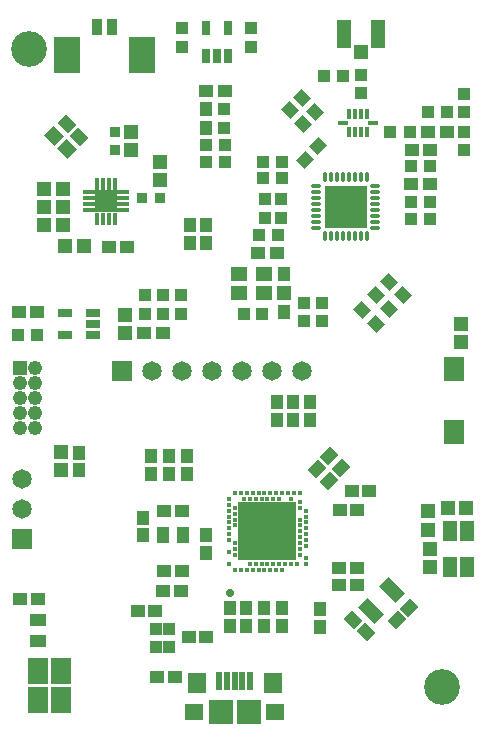
<source format=gts>
G04 Layer_Color=8388736*
%FSLAX25Y25*%
%MOIN*%
G70*
G01*
G75*
%ADD80C,0.03000*%
%ADD92R,0.07214X0.07214*%
%ADD93R,0.03947X0.01387*%
%ADD94R,0.01387X0.03947*%
%ADD95R,0.04143X0.04340*%
%ADD96R,0.04537X0.04340*%
%ADD97R,0.04537X0.04734*%
%ADD98R,0.04931X0.02962*%
%ADD99R,0.04734X0.04143*%
%ADD100R,0.04340X0.04143*%
%ADD101C,0.01476*%
%ADD102R,0.19488X0.19488*%
G04:AMPARAMS|DCode=103|XSize=41.43mil|YSize=47.34mil|CornerRadius=0mil|HoleSize=0mil|Usage=FLASHONLY|Rotation=45.000|XOffset=0mil|YOffset=0mil|HoleType=Round|Shape=Rectangle|*
%AMROTATEDRECTD103*
4,1,4,0.00209,-0.03139,-0.03139,0.00209,-0.00209,0.03139,0.03139,-0.00209,0.00209,-0.03139,0.0*
%
%ADD103ROTATEDRECTD103*%

%ADD104R,0.04183X0.04380*%
%ADD105R,0.06663X0.08632*%
%ADD106R,0.03750X0.03750*%
G04:AMPARAMS|DCode=107|XSize=41.43mil|YSize=43.4mil|CornerRadius=0mil|HoleSize=0mil|Usage=FLASHONLY|Rotation=225.000|XOffset=0mil|YOffset=0mil|HoleType=Round|Shape=Rectangle|*
%AMROTATEDRECTD107*
4,1,4,-0.00070,0.02999,0.02999,-0.00070,0.00070,-0.02999,-0.02999,0.00070,-0.00070,0.02999,0.0*
%
%ADD107ROTATEDRECTD107*%

%ADD108R,0.04734X0.04537*%
G04:AMPARAMS|DCode=109|XSize=45.37mil|YSize=47.34mil|CornerRadius=0mil|HoleSize=0mil|Usage=FLASHONLY|Rotation=225.000|XOffset=0mil|YOffset=0mil|HoleType=Round|Shape=Rectangle|*
%AMROTATEDRECTD109*
4,1,4,-0.00070,0.03278,0.03278,-0.00070,0.00070,-0.03278,-0.03278,0.00070,-0.00070,0.03278,0.0*
%
%ADD109ROTATEDRECTD109*%

%ADD110R,0.03750X0.05718*%
%ADD111R,0.08868X0.12411*%
%ADD112R,0.05718X0.04931*%
%ADD113R,0.05521X0.04261*%
%ADD114R,0.04143X0.04734*%
G04:AMPARAMS|DCode=115|XSize=41.43mil|YSize=47.34mil|CornerRadius=0mil|HoleSize=0mil|Usage=FLASHONLY|Rotation=135.000|XOffset=0mil|YOffset=0mil|HoleType=Round|Shape=Rectangle|*
%AMROTATEDRECTD115*
4,1,4,0.03139,0.00209,-0.00209,-0.03139,-0.03139,-0.00209,0.00209,0.03139,0.03139,0.00209,0.0*
%
%ADD115ROTATEDRECTD115*%

G04:AMPARAMS|DCode=116|XSize=45.37mil|YSize=76.87mil|CornerRadius=0mil|HoleSize=0mil|Usage=FLASHONLY|Rotation=45.000|XOffset=0mil|YOffset=0mil|HoleType=Round|Shape=Rectangle|*
%AMROTATEDRECTD116*
4,1,4,0.01114,-0.04322,-0.04322,0.01114,-0.01114,0.04322,0.04322,-0.01114,0.01114,-0.04322,0.0*
%
%ADD116ROTATEDRECTD116*%

%ADD117R,0.03947X0.04340*%
%ADD118R,0.04261X0.05521*%
%ADD119R,0.04340X0.04537*%
G04:AMPARAMS|DCode=120|XSize=41.43mil|YSize=43.4mil|CornerRadius=0mil|HoleSize=0mil|Usage=FLASHONLY|Rotation=315.000|XOffset=0mil|YOffset=0mil|HoleType=Round|Shape=Rectangle|*
%AMROTATEDRECTD120*
4,1,4,-0.02999,-0.00070,0.00070,0.02999,0.02999,0.00070,-0.00070,-0.02999,-0.02999,-0.00070,0.0*
%
%ADD120ROTATEDRECTD120*%

%ADD121R,0.02962X0.04931*%
%ADD122R,0.04537X0.04537*%
%ADD123R,0.04734X0.09261*%
%ADD124O,0.01387X0.03750*%
%ADD125O,0.03750X0.01387*%
%ADD126R,0.13986X0.14183*%
%ADD127R,0.03750X0.03750*%
%ADD128R,0.08080X0.08080*%
%ADD129R,0.06309X0.05718*%
%ADD130R,0.06112X0.06899*%
%ADD131R,0.02175X0.05915*%
%ADD132R,0.01584X0.03750*%
%ADD133R,0.03750X0.01781*%
%ADD134R,0.04931X0.06506*%
%ADD135R,0.06899X0.08474*%
%ADD136R,0.04537X0.04537*%
%ADD137C,0.06506*%
%ADD138R,0.06506X0.06506*%
%ADD139R,0.06506X0.06506*%
%ADD140C,0.04800*%
%ADD141R,0.04800X0.04800*%
%ADD142C,0.02800*%
%ADD143C,0.02568*%
%ADD144C,0.11900*%
D80*
X98515Y71162D02*
D03*
X107963D02*
D03*
X93790D02*
D03*
X98515Y80611D02*
D03*
X107963D02*
D03*
X98515Y75886D02*
D03*
X107963D02*
D03*
X98515Y66437D02*
D03*
X107963D02*
D03*
X93790Y80611D02*
D03*
Y75886D02*
D03*
Y66437D02*
D03*
X103239Y75886D02*
D03*
Y66437D02*
D03*
Y80611D02*
D03*
Y71162D02*
D03*
D92*
X47050Y183548D02*
D03*
D93*
X41282Y180595D02*
D03*
Y182563D02*
D03*
Y184532D02*
D03*
Y186500D02*
D03*
X52818D02*
D03*
Y184532D02*
D03*
Y182563D02*
D03*
Y180595D02*
D03*
D94*
X44097Y189315D02*
D03*
X46066D02*
D03*
X48034D02*
D03*
X50003D02*
D03*
Y177780D02*
D03*
X48034D02*
D03*
X46066D02*
D03*
X44097D02*
D03*
D95*
X95550Y235000D02*
D03*
Y241300D02*
D03*
X72050Y146000D02*
D03*
Y152300D02*
D03*
X66050Y146000D02*
D03*
Y152300D02*
D03*
X60050Y146000D02*
D03*
Y152300D02*
D03*
X132050Y225800D02*
D03*
Y219500D02*
D03*
X86550Y214300D02*
D03*
Y208000D02*
D03*
X166550Y213150D02*
D03*
X166550Y219449D02*
D03*
X166550Y206800D02*
D03*
Y200500D02*
D03*
X105550Y178000D02*
D03*
Y184300D02*
D03*
X100050Y178000D02*
D03*
Y184300D02*
D03*
X119050Y149800D02*
D03*
Y143500D02*
D03*
X113050Y149800D02*
D03*
Y143500D02*
D03*
X72550Y241300D02*
D03*
Y235000D02*
D03*
D96*
X59900Y139650D02*
D03*
X66200D02*
D03*
X80400Y220150D02*
D03*
X86700D02*
D03*
X154400Y206650D02*
D03*
X160700D02*
D03*
X148900Y189150D02*
D03*
X155200D02*
D03*
X104200Y166150D02*
D03*
X97900D02*
D03*
D97*
X53550Y145701D02*
D03*
Y139599D02*
D03*
X55550Y206599D02*
D03*
Y200497D02*
D03*
X65050Y190599D02*
D03*
Y196701D02*
D03*
X165550Y142701D02*
D03*
Y136599D02*
D03*
X154550Y74099D02*
D03*
Y80201D02*
D03*
X155050Y67701D02*
D03*
Y61599D02*
D03*
X32000Y100051D02*
D03*
Y93949D02*
D03*
D98*
X33326Y138910D02*
D03*
Y146390D02*
D03*
X42774D02*
D03*
Y142650D02*
D03*
Y138910D02*
D03*
D99*
X18047Y146500D02*
D03*
X23953D02*
D03*
X48097Y168150D02*
D03*
X54003D02*
D03*
X66375Y60278D02*
D03*
X72281D02*
D03*
X124717Y55574D02*
D03*
X130622D02*
D03*
X80503Y38150D02*
D03*
X74597D02*
D03*
X57597Y46859D02*
D03*
X63503D02*
D03*
X66047Y53569D02*
D03*
X71953D02*
D03*
X72376Y80150D02*
D03*
X66470D02*
D03*
X69953Y25000D02*
D03*
X64047D02*
D03*
X128924Y87024D02*
D03*
X134829D02*
D03*
X124924Y80524D02*
D03*
X130830D02*
D03*
X124717Y61231D02*
D03*
X130622D02*
D03*
X149097Y200650D02*
D03*
X155003D02*
D03*
X24330Y51044D02*
D03*
X18425D02*
D03*
D100*
X24150Y139000D02*
D03*
X17850D02*
D03*
X80400Y202150D02*
D03*
X86700Y202150D02*
D03*
X80400Y196650D02*
D03*
X86700Y196650D02*
D03*
X105700D02*
D03*
X99400D02*
D03*
X126200Y225150D02*
D03*
X119900D02*
D03*
X154400Y213150D02*
D03*
X160700D02*
D03*
X155200Y195150D02*
D03*
X148900D02*
D03*
X155200Y177650D02*
D03*
X148900D02*
D03*
X155200Y183150D02*
D03*
X148900D02*
D03*
X98050Y172150D02*
D03*
X104349D02*
D03*
X105700Y191150D02*
D03*
X99400D02*
D03*
X92921Y146130D02*
D03*
X99220D02*
D03*
D101*
X107766Y86319D02*
D03*
X109735D02*
D03*
X92019Y60729D02*
D03*
X105798D02*
D03*
X103830D02*
D03*
X101861D02*
D03*
X99892D02*
D03*
X97924D02*
D03*
X95955D02*
D03*
X93987D02*
D03*
X90050D02*
D03*
X113672Y62697D02*
D03*
X110719D02*
D03*
X108751D02*
D03*
X106782D02*
D03*
X104814D02*
D03*
X102845D02*
D03*
X100877D02*
D03*
X98908D02*
D03*
X96940D02*
D03*
X94971D02*
D03*
X88082D02*
D03*
X90050Y65650D02*
D03*
X113672Y64666D02*
D03*
X111704Y65650D02*
D03*
X88082Y66634D02*
D03*
X111704Y67619D02*
D03*
X90050D02*
D03*
X113672Y68603D02*
D03*
X111704Y69587D02*
D03*
X90050D02*
D03*
X113672Y70571D02*
D03*
X88082D02*
D03*
X111704Y71556D02*
D03*
X113672Y72540D02*
D03*
X88082D02*
D03*
X111704Y73524D02*
D03*
X113672Y74508D02*
D03*
X88082D02*
D03*
X111704Y75493D02*
D03*
X90050D02*
D03*
X113672Y76477D02*
D03*
X88082D02*
D03*
X111704Y77461D02*
D03*
X90050D02*
D03*
X113672Y78445D02*
D03*
X88082D02*
D03*
X90050Y79430D02*
D03*
X113672Y80414D02*
D03*
X88082D02*
D03*
X111704Y81398D02*
D03*
X90050D02*
D03*
X88082Y82382D02*
D03*
X111704Y83367D02*
D03*
X108751Y84351D02*
D03*
X104814D02*
D03*
X102845D02*
D03*
X100877D02*
D03*
X98908D02*
D03*
X96940D02*
D03*
X94971D02*
D03*
X93003D02*
D03*
X88082D02*
D03*
X111704Y86319D02*
D03*
X105798D02*
D03*
X103830D02*
D03*
X101861D02*
D03*
X99892D02*
D03*
X97924D02*
D03*
X95955D02*
D03*
X93987D02*
D03*
X92019D02*
D03*
X90050D02*
D03*
D102*
X100877Y73524D02*
D03*
D103*
X38138Y205062D02*
D03*
X33962Y209238D02*
D03*
X129412Y44088D02*
D03*
X133588Y39912D02*
D03*
D104*
X141723Y206650D02*
D03*
X148377D02*
D03*
D105*
X32000Y17394D02*
D03*
X24402D02*
D03*
X32000Y27000D02*
D03*
X24402Y27000D02*
D03*
D106*
X59145Y184548D02*
D03*
X65050D02*
D03*
D107*
X136970Y152177D02*
D03*
X141425Y147722D02*
D03*
X112777Y209423D02*
D03*
X108323Y213877D02*
D03*
X112323Y217877D02*
D03*
X116777Y213423D02*
D03*
X141470Y156677D02*
D03*
X145924Y152223D02*
D03*
X132470Y147177D02*
D03*
X136925Y142722D02*
D03*
D108*
X33499Y168650D02*
D03*
X39601D02*
D03*
X26499Y187650D02*
D03*
X32601D02*
D03*
X26499Y181650D02*
D03*
X32601D02*
D03*
X26550Y175548D02*
D03*
X32652D02*
D03*
X167101Y81150D02*
D03*
X160999D02*
D03*
D109*
X34207Y200992D02*
D03*
X29893Y205308D02*
D03*
D110*
X49011Y241796D02*
D03*
X44089Y241796D02*
D03*
D111*
X34050Y232150D02*
D03*
X59050Y232150D02*
D03*
D112*
X91416Y159398D02*
D03*
X99684D02*
D03*
Y152902D02*
D03*
X91416D02*
D03*
D113*
X24338Y37114D02*
D03*
Y43886D02*
D03*
D114*
X59265Y72197D02*
D03*
Y78103D02*
D03*
X104050Y110697D02*
D03*
Y116603D02*
D03*
X109550Y110697D02*
D03*
Y116603D02*
D03*
X115050Y110697D02*
D03*
Y116603D02*
D03*
X88377Y47977D02*
D03*
Y42071D02*
D03*
X93877Y47977D02*
D03*
Y42071D02*
D03*
X99877Y47977D02*
D03*
Y42071D02*
D03*
X105877Y47977D02*
D03*
Y42071D02*
D03*
X118377Y47627D02*
D03*
Y41721D02*
D03*
X80310Y72183D02*
D03*
Y66277D02*
D03*
X62050Y98603D02*
D03*
Y92697D02*
D03*
X68050Y98603D02*
D03*
Y92697D02*
D03*
X74050Y98603D02*
D03*
X74050Y92697D02*
D03*
X74964Y169783D02*
D03*
X74964Y175689D02*
D03*
X80439Y169722D02*
D03*
Y175628D02*
D03*
X37950Y99803D02*
D03*
Y93897D02*
D03*
D115*
X148088Y48088D02*
D03*
X143912Y43912D02*
D03*
X121289Y90436D02*
D03*
X125465Y94612D02*
D03*
X117289Y94436D02*
D03*
X121465Y98612D02*
D03*
D116*
X135397Y47044D02*
D03*
X142357Y54004D02*
D03*
D117*
X68141Y40834D02*
D03*
X63613D02*
D03*
Y35125D02*
D03*
X68141Y35125D02*
D03*
D118*
X72904Y72183D02*
D03*
X66132D02*
D03*
D119*
X80550Y214300D02*
D03*
X80550Y208000D02*
D03*
X106550Y146701D02*
D03*
X106550Y159299D02*
D03*
D120*
X113323Y197423D02*
D03*
X117777Y201877D02*
D03*
D121*
X80310Y241374D02*
D03*
X87790D02*
D03*
Y231926D02*
D03*
X84050D02*
D03*
X80310Y231926D02*
D03*
D122*
X132050Y233383D02*
D03*
D123*
X126243Y239288D02*
D03*
X137857D02*
D03*
D124*
X120160Y171808D02*
D03*
X122129D02*
D03*
X124097D02*
D03*
X126066D02*
D03*
X128034D02*
D03*
X130003D02*
D03*
X131971D02*
D03*
X133940D02*
D03*
Y191492D02*
D03*
X131971D02*
D03*
X130003D02*
D03*
X128034D02*
D03*
X126066D02*
D03*
X124097D02*
D03*
X122129D02*
D03*
X120160D02*
D03*
D125*
X136892Y174760D02*
D03*
Y176729D02*
D03*
Y178697D02*
D03*
Y180666D02*
D03*
Y182634D02*
D03*
Y184603D02*
D03*
Y186571D02*
D03*
Y188540D02*
D03*
X117208D02*
D03*
Y186571D02*
D03*
Y184603D02*
D03*
Y182634D02*
D03*
Y180666D02*
D03*
Y178697D02*
D03*
Y176729D02*
D03*
Y174760D02*
D03*
D126*
X127050Y181650D02*
D03*
D127*
X50050Y200642D02*
D03*
X50050Y206548D02*
D03*
D128*
X94724Y13234D02*
D03*
X85276D02*
D03*
D129*
X103484D02*
D03*
X76516D02*
D03*
D130*
X77402Y22880D02*
D03*
X102598D02*
D03*
D131*
X84882Y23766D02*
D03*
X87441D02*
D03*
X90000D02*
D03*
X92559D02*
D03*
X95118D02*
D03*
D132*
X128097Y206500D02*
D03*
X130066D02*
D03*
X132034D02*
D03*
X134003D02*
D03*
X128097Y212800D02*
D03*
X130066D02*
D03*
X132034D02*
D03*
X134003D02*
D03*
D133*
X126129Y209650D02*
D03*
X135971D02*
D03*
D134*
X161597Y61744D02*
D03*
X167503D02*
D03*
Y73555D02*
D03*
X161597Y73555D02*
D03*
D135*
X163050Y106520D02*
D03*
Y127780D02*
D03*
D136*
X106550Y153000D02*
D03*
D137*
X19000Y91000D02*
D03*
Y81000D02*
D03*
X112500Y127000D02*
D03*
X102500D02*
D03*
X92500D02*
D03*
X82500D02*
D03*
X62500D02*
D03*
X72500D02*
D03*
D138*
X19000Y71000D02*
D03*
D139*
X52500Y127000D02*
D03*
D140*
X23500Y123000D02*
D03*
Y118000D02*
D03*
X23500Y113000D02*
D03*
X23500Y108000D02*
D03*
X18500Y123000D02*
D03*
X18500Y118000D02*
D03*
Y113000D02*
D03*
X18500Y108000D02*
D03*
X23500Y128000D02*
D03*
D141*
X18500Y128000D02*
D03*
D142*
X88377Y53000D02*
D03*
D143*
X47050Y183548D02*
D03*
X122719Y177319D02*
D03*
Y181650D02*
D03*
Y185981D02*
D03*
X127050Y177319D02*
D03*
Y181650D02*
D03*
Y185981D02*
D03*
X131381Y177319D02*
D03*
Y181650D02*
D03*
Y185981D02*
D03*
D144*
X159050Y21650D02*
D03*
X21550Y234150D02*
D03*
M02*

</source>
